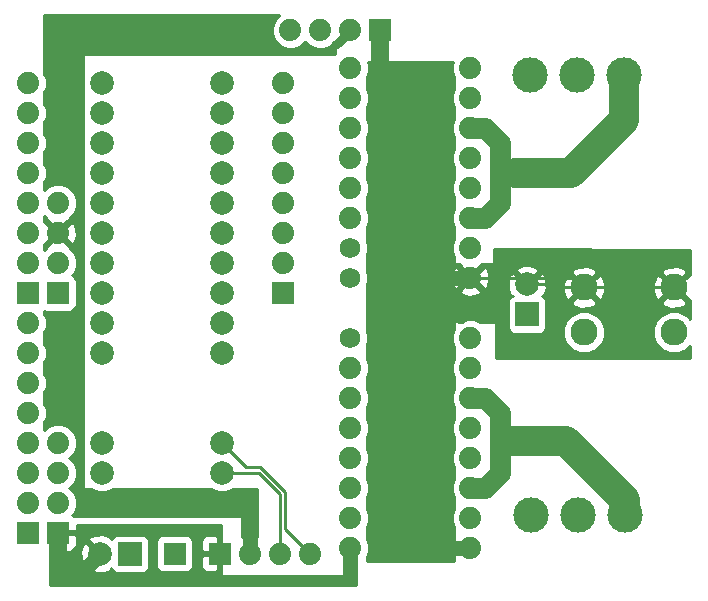
<source format=gbl>
%FSLAX46Y46*%
G04 Gerber Fmt 4.6, Leading zero omitted, Abs format (unit mm)*
G04 Created by KiCad (PCBNEW (2014-09-19 BZR 5142)-product) date Wed 08 Oct 2014 09:05:39 PM EDT*
%MOMM*%
G01*
G04 APERTURE LIST*
%ADD10C,0.100000*%
%ADD11R,1.998980X1.998980*%
%ADD12C,1.998980*%
%ADD13R,1.879600X1.879600*%
%ADD14C,1.879600*%
%ADD15C,1.727200*%
%ADD16C,2.286000*%
%ADD17C,3.000000*%
%ADD18C,1.270000*%
%ADD19C,1.524000*%
%ADD20C,0.500000*%
%ADD21C,0.762000*%
%ADD22C,0.254000*%
%ADD23C,0.508000*%
%ADD24C,1.778000*%
%ADD25C,2.540000*%
G04 APERTURE END LIST*
D10*
D11*
X62230000Y-84582000D03*
D12*
X59690000Y-84582000D03*
D13*
X53610000Y-82812000D03*
D14*
X53610000Y-80272000D03*
X53610000Y-77732000D03*
X53610000Y-75192000D03*
X53610000Y-72652000D03*
X53610000Y-70112000D03*
X53610000Y-67572000D03*
X53610000Y-65032000D03*
X91075000Y-61222000D03*
X91075000Y-58682000D03*
X91075000Y-56142000D03*
X91075000Y-53602000D03*
X91075000Y-51062000D03*
X91075000Y-48522000D03*
X91075000Y-45982000D03*
X91075000Y-43442000D03*
X80915000Y-43442000D03*
X80915000Y-45982000D03*
X80915000Y-48522000D03*
X80915000Y-51062000D03*
X80915000Y-53602000D03*
X80915000Y-56142000D03*
D15*
X80915000Y-58682000D03*
X80915000Y-61222000D03*
D11*
X95870000Y-64308000D03*
D12*
X95870000Y-61768000D03*
D13*
X56150000Y-82812000D03*
D14*
X56150000Y-80272000D03*
X56150000Y-77732000D03*
X56150000Y-75192000D03*
D13*
X53610000Y-62492000D03*
D14*
X53610000Y-59952000D03*
X53610000Y-57412000D03*
X53610000Y-54872000D03*
X53610000Y-52332000D03*
X53610000Y-49792000D03*
X53610000Y-47252000D03*
X53610000Y-44712000D03*
D13*
X69850000Y-84582000D03*
D14*
X72390000Y-84582000D03*
X74930000Y-84582000D03*
X77470000Y-84582000D03*
D13*
X83455000Y-40267000D03*
D14*
X80915000Y-40267000D03*
X78375000Y-40267000D03*
X75835000Y-40267000D03*
D13*
X56150000Y-62492000D03*
D14*
X56150000Y-59952000D03*
X56150000Y-57412000D03*
X56150000Y-54872000D03*
D13*
X75200000Y-62492000D03*
D14*
X75200000Y-59952000D03*
X75200000Y-57412000D03*
X75200000Y-54872000D03*
X75200000Y-52332000D03*
X75200000Y-49792000D03*
X75200000Y-47252000D03*
X75200000Y-44712000D03*
D12*
X70041260Y-75192000D03*
X59881260Y-75192000D03*
X70041260Y-67572000D03*
X59881260Y-67572000D03*
X70041260Y-65032000D03*
X59881260Y-65032000D03*
X59881260Y-62492000D03*
X70041260Y-62492000D03*
X59881260Y-59952000D03*
X70041260Y-59952000D03*
X59881260Y-57412000D03*
X70041260Y-57412000D03*
X59881260Y-54872000D03*
X70041260Y-54872000D03*
X59881260Y-52332000D03*
X70041260Y-52332000D03*
X59881260Y-49792000D03*
X70041260Y-49792000D03*
X59881260Y-47252000D03*
X70041260Y-47252000D03*
X59881260Y-44712000D03*
X70041260Y-44712000D03*
D16*
X108316000Y-65832000D03*
X108316000Y-62022000D03*
X100696000Y-65832000D03*
X100696000Y-62022000D03*
D13*
X66040000Y-84582000D03*
D12*
X70041260Y-77732000D03*
X59881260Y-77732000D03*
D14*
X91075000Y-84082000D03*
X91075000Y-81542000D03*
X91075000Y-79002000D03*
X91075000Y-76462000D03*
X91075000Y-73922000D03*
X91075000Y-71382000D03*
X91075000Y-68842000D03*
X91075000Y-66302000D03*
D15*
X80915000Y-66302000D03*
D14*
X80915000Y-68842000D03*
X80915000Y-71382000D03*
X80915000Y-73922000D03*
X80915000Y-76462000D03*
X80915000Y-79002000D03*
X80915000Y-81542000D03*
X80915000Y-84082000D03*
D17*
X96155000Y-44077000D03*
X104079800Y-44077000D03*
X100117400Y-44077000D03*
X104140000Y-81280000D03*
X96215200Y-81280000D03*
X100177600Y-81280000D03*
D18*
X57828991Y-86459491D02*
X57356500Y-85987000D01*
X57828991Y-86459491D02*
X57828991Y-86443009D01*
X57828991Y-86443009D02*
X59690000Y-84582000D01*
D19*
X56150000Y-82812000D02*
X56150000Y-84780500D01*
X56150000Y-84780500D02*
X57356500Y-85987000D01*
D18*
X80915000Y-84082000D02*
X80915000Y-86725000D01*
D20*
X69850000Y-86021800D02*
X69200000Y-86671800D01*
X69850000Y-84582000D02*
X69850000Y-86021800D01*
D21*
X80915000Y-40267000D02*
X79975201Y-41206799D01*
X79975201Y-41206799D02*
X79645000Y-41537000D01*
D22*
X72390000Y-80264000D02*
X57912000Y-80264000D01*
X57912000Y-80264000D02*
X57912000Y-59174000D01*
X57912000Y-59174000D02*
X56150000Y-57412000D01*
D23*
X58055000Y-52967000D02*
X58055000Y-56409479D01*
X57992278Y-56472201D02*
X58055000Y-56409479D01*
X56150000Y-57412000D02*
X57089799Y-56472201D01*
X57089799Y-56472201D02*
X57992278Y-56472201D01*
X56150000Y-51062000D02*
X58055000Y-52967000D01*
X56150000Y-41537000D02*
X56150000Y-51062000D01*
D18*
X72390000Y-84582000D02*
X72390000Y-82687113D01*
D22*
X72390000Y-82687113D02*
X72390000Y-80264000D01*
X73160000Y-77732000D02*
X74930000Y-79502000D01*
X70041260Y-77732000D02*
X73160000Y-77732000D01*
X74930000Y-79502000D02*
X74930000Y-84582000D01*
X75387210Y-82499210D02*
X77470000Y-84582000D01*
X75387209Y-79312617D02*
X75387210Y-82499210D01*
X70041260Y-75192000D02*
X72065260Y-77216000D01*
X72065260Y-77216000D02*
X73290592Y-77216000D01*
X73290592Y-77216000D02*
X75387209Y-79312617D01*
D24*
X94728856Y-75035856D02*
X94885000Y-75192000D01*
X93615000Y-75035856D02*
X94728856Y-75035856D01*
X91075000Y-71382000D02*
X92345000Y-71382000D01*
X92345000Y-79002000D02*
X91075000Y-79002000D01*
X92345000Y-71382000D02*
X93615000Y-72652000D01*
X93615000Y-77732000D02*
X92345000Y-79002000D01*
X93615000Y-72652000D02*
X93615000Y-75035856D01*
X93615000Y-75035856D02*
X93615000Y-77732000D01*
D25*
X99173856Y-75035856D02*
X104156000Y-80018000D01*
X99173856Y-75035856D02*
X94728856Y-75035856D01*
X104140000Y-80034000D02*
X104156000Y-80018000D01*
X104140000Y-81280000D02*
X104140000Y-80034000D01*
D24*
X92345000Y-48522000D02*
X91075000Y-48522000D01*
X93615000Y-49792000D02*
X92345000Y-48522000D01*
X92345000Y-56142000D02*
X93615000Y-54872000D01*
X91075000Y-56142000D02*
X92345000Y-56142000D01*
X93657966Y-52332000D02*
X93615000Y-52289034D01*
X94885000Y-52332000D02*
X93657966Y-52332000D01*
X93615000Y-52289034D02*
X93615000Y-49792000D01*
X93615000Y-54872000D02*
X93615000Y-52289034D01*
D25*
X94885000Y-52332000D02*
X99560000Y-52332000D01*
X104079800Y-47812200D02*
X104079800Y-44077000D01*
X99560000Y-52332000D02*
X104079800Y-47812200D01*
D23*
X91710000Y-61857000D02*
X91075000Y-61222000D01*
X87265000Y-61222000D02*
X87265000Y-84082000D01*
D18*
X87265000Y-84082000D02*
X91075000Y-84082000D01*
D24*
X83455000Y-57055640D02*
X87621360Y-61222000D01*
D19*
X83455000Y-40267000D02*
X83455000Y-57055640D01*
D23*
X87621360Y-61222000D02*
X87265000Y-61222000D01*
D18*
X91075000Y-61222000D02*
X87621360Y-61222000D01*
D22*
X99896000Y-61222000D02*
X100696000Y-62022000D01*
X91075000Y-61222000D02*
X99896000Y-61222000D01*
X100696000Y-62022000D02*
X108316000Y-62022000D01*
X95870000Y-61768000D02*
X97394000Y-61768000D01*
X97648000Y-62022000D02*
X100696000Y-62022000D01*
X97394000Y-61768000D02*
X97648000Y-62022000D01*
G36*
X81407000Y-87195000D02*
X69723000Y-87195000D01*
X69723000Y-85998050D01*
X69723000Y-84709000D01*
X69723000Y-84455000D01*
X69723000Y-83165950D01*
X69564250Y-83007200D01*
X68783891Y-83007200D01*
X68550502Y-83103873D01*
X68371873Y-83282501D01*
X68275200Y-83515890D01*
X68275200Y-83768509D01*
X68275200Y-84296250D01*
X68433950Y-84455000D01*
X69723000Y-84455000D01*
X69723000Y-84709000D01*
X68433950Y-84709000D01*
X68275200Y-84867750D01*
X68275200Y-85395491D01*
X68275200Y-85648110D01*
X68371873Y-85881499D01*
X68550502Y-86060127D01*
X68783891Y-86156800D01*
X69564250Y-86156800D01*
X69723000Y-85998050D01*
X69723000Y-87195000D01*
X67614800Y-87195000D01*
X67614800Y-85648110D01*
X67614800Y-85395491D01*
X67614800Y-83515891D01*
X67518127Y-83282502D01*
X67339499Y-83103873D01*
X67106110Y-83007200D01*
X66853491Y-83007200D01*
X64973891Y-83007200D01*
X64740502Y-83103873D01*
X64561873Y-83282501D01*
X64465200Y-83515890D01*
X64465200Y-83768509D01*
X64465200Y-85648109D01*
X64561873Y-85881498D01*
X64740501Y-86060127D01*
X64973890Y-86156800D01*
X65226509Y-86156800D01*
X67106109Y-86156800D01*
X67339498Y-86060127D01*
X67518127Y-85881499D01*
X67614800Y-85648110D01*
X67614800Y-87195000D01*
X63864490Y-87195000D01*
X63864490Y-85707800D01*
X63864490Y-85455181D01*
X63864490Y-83456201D01*
X63767817Y-83222812D01*
X63589189Y-83044183D01*
X63355800Y-82947510D01*
X63103181Y-82947510D01*
X61104201Y-82947510D01*
X60870812Y-83044183D01*
X60692183Y-83222811D01*
X60636092Y-83358225D01*
X60563958Y-83163035D01*
X59954418Y-82936599D01*
X59304623Y-82960659D01*
X58816042Y-83163035D01*
X58717443Y-83429837D01*
X59690000Y-84402395D01*
X59704142Y-84388252D01*
X59883747Y-84567857D01*
X59869605Y-84582000D01*
X59883747Y-84596142D01*
X59704142Y-84775747D01*
X59690000Y-84761605D01*
X59510395Y-84941210D01*
X59510395Y-84582000D01*
X58537837Y-83609443D01*
X58271035Y-83708042D01*
X58044599Y-84317582D01*
X58068659Y-84967377D01*
X58271035Y-85455958D01*
X58537837Y-85554557D01*
X59510395Y-84582000D01*
X59510395Y-84941210D01*
X58717443Y-85734163D01*
X58816042Y-86000965D01*
X59425582Y-86227401D01*
X60075377Y-86203341D01*
X60563958Y-86000965D01*
X60636092Y-85805773D01*
X60692183Y-85941188D01*
X60870811Y-86119817D01*
X61104200Y-86216490D01*
X61356819Y-86216490D01*
X63355799Y-86216490D01*
X63589188Y-86119817D01*
X63767817Y-85941189D01*
X63864490Y-85707800D01*
X63864490Y-87195000D01*
X57724800Y-87195000D01*
X57724800Y-83878109D01*
X57724800Y-83097750D01*
X57566050Y-82939000D01*
X56277000Y-82939000D01*
X56277000Y-84228050D01*
X56435750Y-84386800D01*
X56963491Y-84386800D01*
X57216110Y-84386800D01*
X57449499Y-84290127D01*
X57628127Y-84111498D01*
X57724800Y-83878109D01*
X57724800Y-87195000D01*
X55499000Y-87195000D01*
X55499000Y-84386800D01*
X55864250Y-84386800D01*
X56023000Y-84228050D01*
X56023000Y-82939000D01*
X56003000Y-82939000D01*
X56003000Y-82685000D01*
X56023000Y-82685000D01*
X56023000Y-82665000D01*
X56277000Y-82665000D01*
X56277000Y-82685000D01*
X57566050Y-82685000D01*
X57724800Y-82526250D01*
X57724800Y-82169000D01*
X69977000Y-82169000D01*
X69977000Y-83165950D01*
X69977000Y-84455000D01*
X69977000Y-84709000D01*
X69977000Y-85998050D01*
X69977000Y-86106000D01*
X69977000Y-86487000D01*
X80391000Y-86487000D01*
X80391000Y-85725000D01*
X81407000Y-85725000D01*
X81407000Y-87195000D01*
X81407000Y-87195000D01*
G37*
X81407000Y-87195000D02*
X69723000Y-87195000D01*
X69723000Y-85998050D01*
X69723000Y-84709000D01*
X69723000Y-84455000D01*
X69723000Y-83165950D01*
X69564250Y-83007200D01*
X68783891Y-83007200D01*
X68550502Y-83103873D01*
X68371873Y-83282501D01*
X68275200Y-83515890D01*
X68275200Y-83768509D01*
X68275200Y-84296250D01*
X68433950Y-84455000D01*
X69723000Y-84455000D01*
X69723000Y-84709000D01*
X68433950Y-84709000D01*
X68275200Y-84867750D01*
X68275200Y-85395491D01*
X68275200Y-85648110D01*
X68371873Y-85881499D01*
X68550502Y-86060127D01*
X68783891Y-86156800D01*
X69564250Y-86156800D01*
X69723000Y-85998050D01*
X69723000Y-87195000D01*
X67614800Y-87195000D01*
X67614800Y-85648110D01*
X67614800Y-85395491D01*
X67614800Y-83515891D01*
X67518127Y-83282502D01*
X67339499Y-83103873D01*
X67106110Y-83007200D01*
X66853491Y-83007200D01*
X64973891Y-83007200D01*
X64740502Y-83103873D01*
X64561873Y-83282501D01*
X64465200Y-83515890D01*
X64465200Y-83768509D01*
X64465200Y-85648109D01*
X64561873Y-85881498D01*
X64740501Y-86060127D01*
X64973890Y-86156800D01*
X65226509Y-86156800D01*
X67106109Y-86156800D01*
X67339498Y-86060127D01*
X67518127Y-85881499D01*
X67614800Y-85648110D01*
X67614800Y-87195000D01*
X63864490Y-87195000D01*
X63864490Y-85707800D01*
X63864490Y-85455181D01*
X63864490Y-83456201D01*
X63767817Y-83222812D01*
X63589189Y-83044183D01*
X63355800Y-82947510D01*
X63103181Y-82947510D01*
X61104201Y-82947510D01*
X60870812Y-83044183D01*
X60692183Y-83222811D01*
X60636092Y-83358225D01*
X60563958Y-83163035D01*
X59954418Y-82936599D01*
X59304623Y-82960659D01*
X58816042Y-83163035D01*
X58717443Y-83429837D01*
X59690000Y-84402395D01*
X59704142Y-84388252D01*
X59883747Y-84567857D01*
X59869605Y-84582000D01*
X59883747Y-84596142D01*
X59704142Y-84775747D01*
X59690000Y-84761605D01*
X59510395Y-84941210D01*
X59510395Y-84582000D01*
X58537837Y-83609443D01*
X58271035Y-83708042D01*
X58044599Y-84317582D01*
X58068659Y-84967377D01*
X58271035Y-85455958D01*
X58537837Y-85554557D01*
X59510395Y-84582000D01*
X59510395Y-84941210D01*
X58717443Y-85734163D01*
X58816042Y-86000965D01*
X59425582Y-86227401D01*
X60075377Y-86203341D01*
X60563958Y-86000965D01*
X60636092Y-85805773D01*
X60692183Y-85941188D01*
X60870811Y-86119817D01*
X61104200Y-86216490D01*
X61356819Y-86216490D01*
X63355799Y-86216490D01*
X63589188Y-86119817D01*
X63767817Y-85941189D01*
X63864490Y-85707800D01*
X63864490Y-87195000D01*
X57724800Y-87195000D01*
X57724800Y-83878109D01*
X57724800Y-83097750D01*
X57566050Y-82939000D01*
X56277000Y-82939000D01*
X56277000Y-84228050D01*
X56435750Y-84386800D01*
X56963491Y-84386800D01*
X57216110Y-84386800D01*
X57449499Y-84290127D01*
X57628127Y-84111498D01*
X57724800Y-83878109D01*
X57724800Y-87195000D01*
X55499000Y-87195000D01*
X55499000Y-84386800D01*
X55864250Y-84386800D01*
X56023000Y-84228050D01*
X56023000Y-82939000D01*
X56003000Y-82939000D01*
X56003000Y-82685000D01*
X56023000Y-82685000D01*
X56023000Y-82665000D01*
X56277000Y-82665000D01*
X56277000Y-82685000D01*
X57566050Y-82685000D01*
X57724800Y-82526250D01*
X57724800Y-82169000D01*
X69977000Y-82169000D01*
X69977000Y-83165950D01*
X69977000Y-84455000D01*
X69977000Y-84709000D01*
X69977000Y-85998050D01*
X69977000Y-86106000D01*
X69977000Y-86487000D01*
X80391000Y-86487000D01*
X80391000Y-85725000D01*
X81407000Y-85725000D01*
X81407000Y-87195000D01*
G36*
X109685000Y-67991000D02*
X102484062Y-67991000D01*
X102484062Y-62320667D01*
X102462249Y-61613671D01*
X102233658Y-61061806D01*
X101951963Y-60945642D01*
X101772358Y-61125247D01*
X101772358Y-60766037D01*
X101656194Y-60484342D01*
X100994667Y-60233938D01*
X100287671Y-60255751D01*
X99735806Y-60484342D01*
X99619642Y-60766037D01*
X100696000Y-61842395D01*
X101772358Y-60766037D01*
X101772358Y-61125247D01*
X100875605Y-62022000D01*
X101951963Y-63098358D01*
X102233658Y-62982194D01*
X102484062Y-62320667D01*
X102484062Y-67991000D01*
X102474308Y-67991000D01*
X102474308Y-65479886D01*
X102204194Y-64826160D01*
X101772358Y-64393569D01*
X101772358Y-63277963D01*
X100696000Y-62201605D01*
X100516395Y-62381210D01*
X100516395Y-62022000D01*
X99440037Y-60945642D01*
X99158342Y-61061806D01*
X98907938Y-61723333D01*
X98929751Y-62430329D01*
X99158342Y-62982194D01*
X99440037Y-63098358D01*
X100516395Y-62022000D01*
X100516395Y-62381210D01*
X99619642Y-63277963D01*
X99735806Y-63559658D01*
X100397333Y-63810062D01*
X101104329Y-63788249D01*
X101656194Y-63559658D01*
X101772358Y-63277963D01*
X101772358Y-64393569D01*
X101704471Y-64325564D01*
X101051218Y-64054309D01*
X100343886Y-64053692D01*
X99690160Y-64323806D01*
X99189564Y-64823529D01*
X98918309Y-65476782D01*
X98917692Y-66184114D01*
X99187806Y-66837840D01*
X99687529Y-67338436D01*
X100340782Y-67609691D01*
X101048114Y-67610308D01*
X101701840Y-67340194D01*
X102202436Y-66840471D01*
X102473691Y-66187218D01*
X102474308Y-65479886D01*
X102474308Y-67991000D01*
X97515401Y-67991000D01*
X97515401Y-62032418D01*
X97491341Y-61382623D01*
X97288965Y-60894042D01*
X97022163Y-60795443D01*
X96842557Y-60975048D01*
X96842557Y-60615837D01*
X96743958Y-60349035D01*
X96134418Y-60122599D01*
X95484623Y-60146659D01*
X94996042Y-60349035D01*
X94897443Y-60615837D01*
X95870000Y-61588395D01*
X96842557Y-60615837D01*
X96842557Y-60975048D01*
X96049605Y-61768000D01*
X96063747Y-61782142D01*
X95884142Y-61961747D01*
X95870000Y-61947605D01*
X95855857Y-61961747D01*
X95676252Y-61782142D01*
X95690395Y-61768000D01*
X94717837Y-60795443D01*
X94451035Y-60894042D01*
X94224599Y-61503582D01*
X94248659Y-62153377D01*
X94451035Y-62641958D01*
X94646226Y-62714092D01*
X94510812Y-62770183D01*
X94332183Y-62948811D01*
X94235510Y-63182200D01*
X94235510Y-63434819D01*
X94235510Y-65433799D01*
X94332183Y-65667188D01*
X94510811Y-65845817D01*
X94744200Y-65942490D01*
X94996819Y-65942490D01*
X96995799Y-65942490D01*
X97229188Y-65845817D01*
X97407817Y-65667189D01*
X97504490Y-65433800D01*
X97504490Y-65181181D01*
X97504490Y-63182201D01*
X97407817Y-62948812D01*
X97229189Y-62770183D01*
X97093774Y-62714092D01*
X97288965Y-62641958D01*
X97515401Y-62032418D01*
X97515401Y-67991000D01*
X93203000Y-67991000D01*
X93203000Y-64944467D01*
X92661045Y-64938170D01*
X92661045Y-61472167D01*
X92636049Y-60846172D01*
X92444580Y-60383923D01*
X92183968Y-60292637D01*
X91254605Y-61222000D01*
X92183968Y-62151363D01*
X92444580Y-62060077D01*
X92661045Y-61472167D01*
X92661045Y-64938170D01*
X92004363Y-64930541D01*
X92004363Y-62330968D01*
X91075000Y-61401605D01*
X90895395Y-61581210D01*
X90895395Y-61222000D01*
X89966032Y-60292637D01*
X89705420Y-60383923D01*
X89488955Y-60971833D01*
X89513951Y-61597828D01*
X89705420Y-62060077D01*
X89966032Y-62151363D01*
X90895395Y-61222000D01*
X90895395Y-61581210D01*
X90145637Y-62330968D01*
X90236923Y-62591580D01*
X90824833Y-62808045D01*
X91450828Y-62783049D01*
X91913077Y-62591580D01*
X92004363Y-62330968D01*
X92004363Y-64930541D01*
X91875045Y-64929039D01*
X91389621Y-64727474D01*
X90763127Y-64726927D01*
X90317761Y-64910948D01*
X89678000Y-64903516D01*
X89678000Y-65559848D01*
X89500474Y-65987379D01*
X89499927Y-66613873D01*
X89678000Y-67044842D01*
X89678000Y-68099848D01*
X89500474Y-68527379D01*
X89499927Y-69153873D01*
X89678000Y-69584842D01*
X89678000Y-70639848D01*
X89500474Y-71067379D01*
X89499927Y-71693873D01*
X89678000Y-72124842D01*
X89678000Y-73179848D01*
X89500474Y-73607379D01*
X89499927Y-74233873D01*
X89678000Y-74664842D01*
X89678000Y-75719848D01*
X89500474Y-76147379D01*
X89499927Y-76773873D01*
X89678000Y-77204842D01*
X89678000Y-78259848D01*
X89500474Y-78687379D01*
X89499927Y-79313873D01*
X89678000Y-79744842D01*
X89678000Y-80799848D01*
X89500474Y-81227379D01*
X89499927Y-81853873D01*
X89678000Y-82284842D01*
X89678000Y-82812000D01*
X89678000Y-83318394D01*
X89488955Y-83831833D01*
X89513951Y-84457828D01*
X89678000Y-84853878D01*
X89678000Y-85225000D01*
X82312000Y-85225000D01*
X82312000Y-84824151D01*
X82489526Y-84396621D01*
X82490073Y-83770127D01*
X82312000Y-83339157D01*
X82312000Y-82284151D01*
X82489526Y-81856621D01*
X82490073Y-81230127D01*
X82312000Y-80799157D01*
X82312000Y-79744151D01*
X82489526Y-79316621D01*
X82490073Y-78690127D01*
X82312000Y-78259157D01*
X82312000Y-77204151D01*
X82489526Y-76776621D01*
X82490073Y-76150127D01*
X82312000Y-75719157D01*
X82312000Y-74664151D01*
X82489526Y-74236621D01*
X82490073Y-73610127D01*
X82312000Y-73179157D01*
X82312000Y-72124151D01*
X82489526Y-71696621D01*
X82490073Y-71070127D01*
X82312000Y-70639157D01*
X82312000Y-69584151D01*
X82489526Y-69156621D01*
X82490073Y-68530127D01*
X82312000Y-68099157D01*
X82312000Y-66845449D01*
X82413339Y-66601398D01*
X82413859Y-66005218D01*
X82312000Y-65758699D01*
X82312000Y-61765449D01*
X82413339Y-61521398D01*
X82413859Y-60925218D01*
X82312000Y-60678699D01*
X82312000Y-59225449D01*
X82413339Y-58981398D01*
X82413859Y-58385218D01*
X82312000Y-58138699D01*
X82312000Y-56884151D01*
X82489526Y-56456621D01*
X82490073Y-55830127D01*
X82312000Y-55399157D01*
X82312000Y-54344151D01*
X82489526Y-53916621D01*
X82490073Y-53290127D01*
X82312000Y-52859157D01*
X82312000Y-51804151D01*
X82489526Y-51376621D01*
X82490073Y-50750127D01*
X82312000Y-50319157D01*
X82312000Y-49264151D01*
X82489526Y-48836621D01*
X82490073Y-48210127D01*
X82312000Y-47779157D01*
X82312000Y-46724151D01*
X82489526Y-46296621D01*
X82490073Y-45670127D01*
X82312000Y-45239157D01*
X82312000Y-44184151D01*
X82489526Y-43756621D01*
X82490073Y-43130127D01*
X82409034Y-42934000D01*
X89580771Y-42934000D01*
X89500474Y-43127379D01*
X89499927Y-43753873D01*
X89678000Y-44184842D01*
X89678000Y-45239848D01*
X89500474Y-45667379D01*
X89499927Y-46293873D01*
X89678000Y-46724842D01*
X89678000Y-47779848D01*
X89500474Y-48207379D01*
X89499927Y-48833873D01*
X89678000Y-49264842D01*
X89678000Y-50319848D01*
X89500474Y-50747379D01*
X89499927Y-51373873D01*
X89678000Y-51804842D01*
X89678000Y-52859848D01*
X89500474Y-53287379D01*
X89499927Y-53913873D01*
X89678000Y-54344842D01*
X89678000Y-55399848D01*
X89500474Y-55827379D01*
X89499927Y-56453873D01*
X89678000Y-56884842D01*
X89678000Y-57939848D01*
X89500474Y-58367379D01*
X89499927Y-58993873D01*
X89678000Y-59424842D01*
X89678000Y-60079000D01*
X90157557Y-60079000D01*
X90145637Y-60113032D01*
X91075000Y-61042395D01*
X92004363Y-60113032D01*
X91992442Y-60079000D01*
X93107000Y-60079000D01*
X93107000Y-58809282D01*
X109685000Y-58846091D01*
X109685000Y-60992255D01*
X109571963Y-60945642D01*
X109392358Y-61125247D01*
X109392358Y-60766037D01*
X109276194Y-60484342D01*
X108614667Y-60233938D01*
X107907671Y-60255751D01*
X107355806Y-60484342D01*
X107239642Y-60766037D01*
X108316000Y-61842395D01*
X109392358Y-60766037D01*
X109392358Y-61125247D01*
X108495605Y-62022000D01*
X109571963Y-63098358D01*
X109685000Y-63051744D01*
X109685000Y-64686722D01*
X109392358Y-64393569D01*
X109392358Y-63277963D01*
X108316000Y-62201605D01*
X108136395Y-62381210D01*
X108136395Y-62022000D01*
X107060037Y-60945642D01*
X106778342Y-61061806D01*
X106527938Y-61723333D01*
X106549751Y-62430329D01*
X106778342Y-62982194D01*
X107060037Y-63098358D01*
X108136395Y-62022000D01*
X108136395Y-62381210D01*
X107239642Y-63277963D01*
X107355806Y-63559658D01*
X108017333Y-63810062D01*
X108724329Y-63788249D01*
X109276194Y-63559658D01*
X109392358Y-63277963D01*
X109392358Y-64393569D01*
X109324471Y-64325564D01*
X108671218Y-64054309D01*
X107963886Y-64053692D01*
X107310160Y-64323806D01*
X106809564Y-64823529D01*
X106538309Y-65476782D01*
X106537692Y-66184114D01*
X106807806Y-66837840D01*
X107307529Y-67338436D01*
X107960782Y-67609691D01*
X108668114Y-67610308D01*
X109321840Y-67340194D01*
X109685000Y-66977667D01*
X109685000Y-67991000D01*
X109685000Y-67991000D01*
G37*
X109685000Y-67991000D02*
X102484062Y-67991000D01*
X102484062Y-62320667D01*
X102462249Y-61613671D01*
X102233658Y-61061806D01*
X101951963Y-60945642D01*
X101772358Y-61125247D01*
X101772358Y-60766037D01*
X101656194Y-60484342D01*
X100994667Y-60233938D01*
X100287671Y-60255751D01*
X99735806Y-60484342D01*
X99619642Y-60766037D01*
X100696000Y-61842395D01*
X101772358Y-60766037D01*
X101772358Y-61125247D01*
X100875605Y-62022000D01*
X101951963Y-63098358D01*
X102233658Y-62982194D01*
X102484062Y-62320667D01*
X102484062Y-67991000D01*
X102474308Y-67991000D01*
X102474308Y-65479886D01*
X102204194Y-64826160D01*
X101772358Y-64393569D01*
X101772358Y-63277963D01*
X100696000Y-62201605D01*
X100516395Y-62381210D01*
X100516395Y-62022000D01*
X99440037Y-60945642D01*
X99158342Y-61061806D01*
X98907938Y-61723333D01*
X98929751Y-62430329D01*
X99158342Y-62982194D01*
X99440037Y-63098358D01*
X100516395Y-62022000D01*
X100516395Y-62381210D01*
X99619642Y-63277963D01*
X99735806Y-63559658D01*
X100397333Y-63810062D01*
X101104329Y-63788249D01*
X101656194Y-63559658D01*
X101772358Y-63277963D01*
X101772358Y-64393569D01*
X101704471Y-64325564D01*
X101051218Y-64054309D01*
X100343886Y-64053692D01*
X99690160Y-64323806D01*
X99189564Y-64823529D01*
X98918309Y-65476782D01*
X98917692Y-66184114D01*
X99187806Y-66837840D01*
X99687529Y-67338436D01*
X100340782Y-67609691D01*
X101048114Y-67610308D01*
X101701840Y-67340194D01*
X102202436Y-66840471D01*
X102473691Y-66187218D01*
X102474308Y-65479886D01*
X102474308Y-67991000D01*
X97515401Y-67991000D01*
X97515401Y-62032418D01*
X97491341Y-61382623D01*
X97288965Y-60894042D01*
X97022163Y-60795443D01*
X96842557Y-60975048D01*
X96842557Y-60615837D01*
X96743958Y-60349035D01*
X96134418Y-60122599D01*
X95484623Y-60146659D01*
X94996042Y-60349035D01*
X94897443Y-60615837D01*
X95870000Y-61588395D01*
X96842557Y-60615837D01*
X96842557Y-60975048D01*
X96049605Y-61768000D01*
X96063747Y-61782142D01*
X95884142Y-61961747D01*
X95870000Y-61947605D01*
X95855857Y-61961747D01*
X95676252Y-61782142D01*
X95690395Y-61768000D01*
X94717837Y-60795443D01*
X94451035Y-60894042D01*
X94224599Y-61503582D01*
X94248659Y-62153377D01*
X94451035Y-62641958D01*
X94646226Y-62714092D01*
X94510812Y-62770183D01*
X94332183Y-62948811D01*
X94235510Y-63182200D01*
X94235510Y-63434819D01*
X94235510Y-65433799D01*
X94332183Y-65667188D01*
X94510811Y-65845817D01*
X94744200Y-65942490D01*
X94996819Y-65942490D01*
X96995799Y-65942490D01*
X97229188Y-65845817D01*
X97407817Y-65667189D01*
X97504490Y-65433800D01*
X97504490Y-65181181D01*
X97504490Y-63182201D01*
X97407817Y-62948812D01*
X97229189Y-62770183D01*
X97093774Y-62714092D01*
X97288965Y-62641958D01*
X97515401Y-62032418D01*
X97515401Y-67991000D01*
X93203000Y-67991000D01*
X93203000Y-64944467D01*
X92661045Y-64938170D01*
X92661045Y-61472167D01*
X92636049Y-60846172D01*
X92444580Y-60383923D01*
X92183968Y-60292637D01*
X91254605Y-61222000D01*
X92183968Y-62151363D01*
X92444580Y-62060077D01*
X92661045Y-61472167D01*
X92661045Y-64938170D01*
X92004363Y-64930541D01*
X92004363Y-62330968D01*
X91075000Y-61401605D01*
X90895395Y-61581210D01*
X90895395Y-61222000D01*
X89966032Y-60292637D01*
X89705420Y-60383923D01*
X89488955Y-60971833D01*
X89513951Y-61597828D01*
X89705420Y-62060077D01*
X89966032Y-62151363D01*
X90895395Y-61222000D01*
X90895395Y-61581210D01*
X90145637Y-62330968D01*
X90236923Y-62591580D01*
X90824833Y-62808045D01*
X91450828Y-62783049D01*
X91913077Y-62591580D01*
X92004363Y-62330968D01*
X92004363Y-64930541D01*
X91875045Y-64929039D01*
X91389621Y-64727474D01*
X90763127Y-64726927D01*
X90317761Y-64910948D01*
X89678000Y-64903516D01*
X89678000Y-65559848D01*
X89500474Y-65987379D01*
X89499927Y-66613873D01*
X89678000Y-67044842D01*
X89678000Y-68099848D01*
X89500474Y-68527379D01*
X89499927Y-69153873D01*
X89678000Y-69584842D01*
X89678000Y-70639848D01*
X89500474Y-71067379D01*
X89499927Y-71693873D01*
X89678000Y-72124842D01*
X89678000Y-73179848D01*
X89500474Y-73607379D01*
X89499927Y-74233873D01*
X89678000Y-74664842D01*
X89678000Y-75719848D01*
X89500474Y-76147379D01*
X89499927Y-76773873D01*
X89678000Y-77204842D01*
X89678000Y-78259848D01*
X89500474Y-78687379D01*
X89499927Y-79313873D01*
X89678000Y-79744842D01*
X89678000Y-80799848D01*
X89500474Y-81227379D01*
X89499927Y-81853873D01*
X89678000Y-82284842D01*
X89678000Y-82812000D01*
X89678000Y-83318394D01*
X89488955Y-83831833D01*
X89513951Y-84457828D01*
X89678000Y-84853878D01*
X89678000Y-85225000D01*
X82312000Y-85225000D01*
X82312000Y-84824151D01*
X82489526Y-84396621D01*
X82490073Y-83770127D01*
X82312000Y-83339157D01*
X82312000Y-82284151D01*
X82489526Y-81856621D01*
X82490073Y-81230127D01*
X82312000Y-80799157D01*
X82312000Y-79744151D01*
X82489526Y-79316621D01*
X82490073Y-78690127D01*
X82312000Y-78259157D01*
X82312000Y-77204151D01*
X82489526Y-76776621D01*
X82490073Y-76150127D01*
X82312000Y-75719157D01*
X82312000Y-74664151D01*
X82489526Y-74236621D01*
X82490073Y-73610127D01*
X82312000Y-73179157D01*
X82312000Y-72124151D01*
X82489526Y-71696621D01*
X82490073Y-71070127D01*
X82312000Y-70639157D01*
X82312000Y-69584151D01*
X82489526Y-69156621D01*
X82490073Y-68530127D01*
X82312000Y-68099157D01*
X82312000Y-66845449D01*
X82413339Y-66601398D01*
X82413859Y-66005218D01*
X82312000Y-65758699D01*
X82312000Y-61765449D01*
X82413339Y-61521398D01*
X82413859Y-60925218D01*
X82312000Y-60678699D01*
X82312000Y-59225449D01*
X82413339Y-58981398D01*
X82413859Y-58385218D01*
X82312000Y-58138699D01*
X82312000Y-56884151D01*
X82489526Y-56456621D01*
X82490073Y-55830127D01*
X82312000Y-55399157D01*
X82312000Y-54344151D01*
X82489526Y-53916621D01*
X82490073Y-53290127D01*
X82312000Y-52859157D01*
X82312000Y-51804151D01*
X82489526Y-51376621D01*
X82490073Y-50750127D01*
X82312000Y-50319157D01*
X82312000Y-49264151D01*
X82489526Y-48836621D01*
X82490073Y-48210127D01*
X82312000Y-47779157D01*
X82312000Y-46724151D01*
X82489526Y-46296621D01*
X82490073Y-45670127D01*
X82312000Y-45239157D01*
X82312000Y-44184151D01*
X82489526Y-43756621D01*
X82490073Y-43130127D01*
X82409034Y-42934000D01*
X89580771Y-42934000D01*
X89500474Y-43127379D01*
X89499927Y-43753873D01*
X89678000Y-44184842D01*
X89678000Y-45239848D01*
X89500474Y-45667379D01*
X89499927Y-46293873D01*
X89678000Y-46724842D01*
X89678000Y-47779848D01*
X89500474Y-48207379D01*
X89499927Y-48833873D01*
X89678000Y-49264842D01*
X89678000Y-50319848D01*
X89500474Y-50747379D01*
X89499927Y-51373873D01*
X89678000Y-51804842D01*
X89678000Y-52859848D01*
X89500474Y-53287379D01*
X89499927Y-53913873D01*
X89678000Y-54344842D01*
X89678000Y-55399848D01*
X89500474Y-55827379D01*
X89499927Y-56453873D01*
X89678000Y-56884842D01*
X89678000Y-57939848D01*
X89500474Y-58367379D01*
X89499927Y-58993873D01*
X89678000Y-59424842D01*
X89678000Y-60079000D01*
X90157557Y-60079000D01*
X90145637Y-60113032D01*
X91075000Y-61042395D01*
X92004363Y-60113032D01*
X91992442Y-60079000D01*
X93107000Y-60079000D01*
X93107000Y-58809282D01*
X109685000Y-58846091D01*
X109685000Y-60992255D01*
X109571963Y-60945642D01*
X109392358Y-61125247D01*
X109392358Y-60766037D01*
X109276194Y-60484342D01*
X108614667Y-60233938D01*
X107907671Y-60255751D01*
X107355806Y-60484342D01*
X107239642Y-60766037D01*
X108316000Y-61842395D01*
X109392358Y-60766037D01*
X109392358Y-61125247D01*
X108495605Y-62022000D01*
X109571963Y-63098358D01*
X109685000Y-63051744D01*
X109685000Y-64686722D01*
X109392358Y-64393569D01*
X109392358Y-63277963D01*
X108316000Y-62201605D01*
X108136395Y-62381210D01*
X108136395Y-62022000D01*
X107060037Y-60945642D01*
X106778342Y-61061806D01*
X106527938Y-61723333D01*
X106549751Y-62430329D01*
X106778342Y-62982194D01*
X107060037Y-63098358D01*
X108136395Y-62022000D01*
X108136395Y-62381210D01*
X107239642Y-63277963D01*
X107355806Y-63559658D01*
X108017333Y-63810062D01*
X108724329Y-63788249D01*
X109276194Y-63559658D01*
X109392358Y-63277963D01*
X109392358Y-64393569D01*
X109324471Y-64325564D01*
X108671218Y-64054309D01*
X107963886Y-64053692D01*
X107310160Y-64323806D01*
X106809564Y-64823529D01*
X106538309Y-65476782D01*
X106537692Y-66184114D01*
X106807806Y-66837840D01*
X107307529Y-67338436D01*
X107960782Y-67609691D01*
X108668114Y-67610308D01*
X109321840Y-67340194D01*
X109685000Y-66977667D01*
X109685000Y-67991000D01*
G36*
X72583747Y-84596142D02*
X72404142Y-84775747D01*
X72390000Y-84761605D01*
X72375857Y-84775747D01*
X72196252Y-84596142D01*
X72210395Y-84582000D01*
X72196252Y-84567857D01*
X72375857Y-84388252D01*
X72390000Y-84402395D01*
X72404142Y-84388252D01*
X72583747Y-84567857D01*
X72569605Y-84582000D01*
X72583747Y-84596142D01*
X72583747Y-84596142D01*
G37*
X72583747Y-84596142D02*
X72404142Y-84775747D01*
X72390000Y-84761605D01*
X72375857Y-84775747D01*
X72196252Y-84596142D01*
X72210395Y-84582000D01*
X72196252Y-84567857D01*
X72375857Y-84388252D01*
X72390000Y-84402395D01*
X72404142Y-84388252D01*
X72583747Y-84567857D01*
X72569605Y-84582000D01*
X72583747Y-84596142D01*
G36*
X79778798Y-41186823D02*
X79629000Y-41353266D01*
X79629000Y-42291000D01*
X58293000Y-42291000D01*
X58293000Y-44274802D01*
X58247054Y-44385453D01*
X58246486Y-45035694D01*
X58293000Y-45148266D01*
X58293000Y-46814802D01*
X58247054Y-46925453D01*
X58246486Y-47575694D01*
X58293000Y-47688266D01*
X58293000Y-49354802D01*
X58247054Y-49465453D01*
X58246486Y-50115694D01*
X58293000Y-50228266D01*
X58293000Y-51894802D01*
X58247054Y-52005453D01*
X58246486Y-52655694D01*
X58293000Y-52768266D01*
X58293000Y-54434802D01*
X58247054Y-54545453D01*
X58246486Y-55195694D01*
X58293000Y-55308266D01*
X58293000Y-56974802D01*
X58247054Y-57085453D01*
X58246486Y-57735694D01*
X58293000Y-57848266D01*
X58293000Y-58674000D01*
X58293000Y-59514802D01*
X58247054Y-59625453D01*
X58246486Y-60275694D01*
X58293000Y-60388266D01*
X58293000Y-62054802D01*
X58247054Y-62165453D01*
X58246486Y-62815694D01*
X58293000Y-62928266D01*
X58293000Y-64594802D01*
X58247054Y-64705453D01*
X58246486Y-65355694D01*
X58293000Y-65468266D01*
X58293000Y-67134802D01*
X58247054Y-67245453D01*
X58246486Y-67895694D01*
X58293000Y-68008266D01*
X58293000Y-74754802D01*
X58247054Y-74865453D01*
X58246486Y-75515694D01*
X58293000Y-75628266D01*
X58293000Y-77294802D01*
X58247054Y-77405453D01*
X58246486Y-78055694D01*
X58293000Y-78168266D01*
X58293000Y-79121000D01*
X58964190Y-79121000D01*
X59554713Y-79366206D01*
X60204954Y-79366774D01*
X60799772Y-79121000D01*
X69124190Y-79121000D01*
X69714713Y-79366206D01*
X70364954Y-79366774D01*
X70959772Y-79121000D01*
X73025000Y-79121000D01*
X73025000Y-83058000D01*
X73025000Y-83137648D01*
X72640167Y-82995955D01*
X72014172Y-83020951D01*
X71755000Y-83128303D01*
X71755000Y-81407000D01*
X57736045Y-81407000D01*
X57736045Y-57662167D01*
X57711049Y-57036172D01*
X57519580Y-56573923D01*
X57258968Y-56482637D01*
X56329605Y-57412000D01*
X57258968Y-58341363D01*
X57519580Y-58250077D01*
X57736045Y-57662167D01*
X57736045Y-81407000D01*
X57522625Y-81407000D01*
X57449499Y-81333873D01*
X57354669Y-81294593D01*
X57484272Y-81165217D01*
X57724526Y-80586621D01*
X57725073Y-79960127D01*
X57485829Y-79381113D01*
X57107104Y-79001727D01*
X57484272Y-78625217D01*
X57724526Y-78046621D01*
X57725073Y-77420127D01*
X57485829Y-76841113D01*
X57107104Y-76461727D01*
X57484272Y-76085217D01*
X57724526Y-75506621D01*
X57725073Y-74880127D01*
X57485829Y-74301113D01*
X57043217Y-73857728D01*
X56464621Y-73617474D01*
X55838127Y-73616927D01*
X55259113Y-73856171D01*
X54996191Y-74118633D01*
X54996681Y-73419000D01*
X55184526Y-72966621D01*
X55185073Y-72340127D01*
X54997754Y-71886782D01*
X54998463Y-70874709D01*
X55184526Y-70426621D01*
X55185073Y-69800127D01*
X54999530Y-69351079D01*
X55000244Y-68330419D01*
X55184526Y-67886621D01*
X55185073Y-67260127D01*
X55001305Y-66815375D01*
X55002026Y-65786129D01*
X55184526Y-65346621D01*
X55185073Y-64720127D01*
X55003080Y-64279672D01*
X55003253Y-64033399D01*
X55083890Y-64066800D01*
X55336509Y-64066800D01*
X57216109Y-64066800D01*
X57449498Y-63970127D01*
X57628127Y-63791499D01*
X57724800Y-63558110D01*
X57724800Y-63305491D01*
X57724800Y-61425891D01*
X57628127Y-61192502D01*
X57449499Y-61013873D01*
X57354669Y-60974593D01*
X57484272Y-60845217D01*
X57724526Y-60266621D01*
X57725073Y-59640127D01*
X57485829Y-59061113D01*
X57044885Y-58619398D01*
X57079363Y-58520968D01*
X56150000Y-57591605D01*
X55220637Y-58520968D01*
X55255313Y-58619964D01*
X55006869Y-58867974D01*
X55007000Y-58682044D01*
X55007000Y-58329442D01*
X55041032Y-58341363D01*
X55970395Y-57412000D01*
X55041032Y-56482637D01*
X55007000Y-56494557D01*
X55007000Y-56141941D01*
X55006827Y-55955880D01*
X55255114Y-56204601D01*
X55220637Y-56303032D01*
X56150000Y-57232395D01*
X57079363Y-56303032D01*
X57044686Y-56204035D01*
X57484272Y-55765217D01*
X57724526Y-55186621D01*
X57725073Y-54560127D01*
X57485829Y-53981113D01*
X57043217Y-53537728D01*
X56464621Y-53297474D01*
X55838127Y-53296927D01*
X55259113Y-53536171D01*
X55004822Y-53790018D01*
X55004165Y-53080976D01*
X55184526Y-52646621D01*
X55185073Y-52020127D01*
X55002775Y-51578932D01*
X55001819Y-50546627D01*
X55184526Y-50106621D01*
X55185073Y-49480127D01*
X55000418Y-49033228D01*
X54999472Y-48012278D01*
X55184526Y-47566621D01*
X55185073Y-46940127D01*
X54998060Y-46487523D01*
X54997126Y-45477930D01*
X55184526Y-45026621D01*
X55185073Y-44400127D01*
X54995703Y-43941819D01*
X54991118Y-38989000D01*
X74886183Y-38989000D01*
X74500728Y-39373783D01*
X74260474Y-39952379D01*
X74259927Y-40578873D01*
X74499171Y-41157887D01*
X74941783Y-41601272D01*
X75520379Y-41841526D01*
X76146873Y-41842073D01*
X76725887Y-41602829D01*
X77105272Y-41224104D01*
X77481783Y-41601272D01*
X78060379Y-41841526D01*
X78686873Y-41842073D01*
X79265887Y-41602829D01*
X79707601Y-41161885D01*
X79778798Y-41186823D01*
X79778798Y-41186823D01*
G37*
X79778798Y-41186823D02*
X79629000Y-41353266D01*
X79629000Y-42291000D01*
X58293000Y-42291000D01*
X58293000Y-44274802D01*
X58247054Y-44385453D01*
X58246486Y-45035694D01*
X58293000Y-45148266D01*
X58293000Y-46814802D01*
X58247054Y-46925453D01*
X58246486Y-47575694D01*
X58293000Y-47688266D01*
X58293000Y-49354802D01*
X58247054Y-49465453D01*
X58246486Y-50115694D01*
X58293000Y-50228266D01*
X58293000Y-51894802D01*
X58247054Y-52005453D01*
X58246486Y-52655694D01*
X58293000Y-52768266D01*
X58293000Y-54434802D01*
X58247054Y-54545453D01*
X58246486Y-55195694D01*
X58293000Y-55308266D01*
X58293000Y-56974802D01*
X58247054Y-57085453D01*
X58246486Y-57735694D01*
X58293000Y-57848266D01*
X58293000Y-58674000D01*
X58293000Y-59514802D01*
X58247054Y-59625453D01*
X58246486Y-60275694D01*
X58293000Y-60388266D01*
X58293000Y-62054802D01*
X58247054Y-62165453D01*
X58246486Y-62815694D01*
X58293000Y-62928266D01*
X58293000Y-64594802D01*
X58247054Y-64705453D01*
X58246486Y-65355694D01*
X58293000Y-65468266D01*
X58293000Y-67134802D01*
X58247054Y-67245453D01*
X58246486Y-67895694D01*
X58293000Y-68008266D01*
X58293000Y-74754802D01*
X58247054Y-74865453D01*
X58246486Y-75515694D01*
X58293000Y-75628266D01*
X58293000Y-77294802D01*
X58247054Y-77405453D01*
X58246486Y-78055694D01*
X58293000Y-78168266D01*
X58293000Y-79121000D01*
X58964190Y-79121000D01*
X59554713Y-79366206D01*
X60204954Y-79366774D01*
X60799772Y-79121000D01*
X69124190Y-79121000D01*
X69714713Y-79366206D01*
X70364954Y-79366774D01*
X70959772Y-79121000D01*
X73025000Y-79121000D01*
X73025000Y-83058000D01*
X73025000Y-83137648D01*
X72640167Y-82995955D01*
X72014172Y-83020951D01*
X71755000Y-83128303D01*
X71755000Y-81407000D01*
X57736045Y-81407000D01*
X57736045Y-57662167D01*
X57711049Y-57036172D01*
X57519580Y-56573923D01*
X57258968Y-56482637D01*
X56329605Y-57412000D01*
X57258968Y-58341363D01*
X57519580Y-58250077D01*
X57736045Y-57662167D01*
X57736045Y-81407000D01*
X57522625Y-81407000D01*
X57449499Y-81333873D01*
X57354669Y-81294593D01*
X57484272Y-81165217D01*
X57724526Y-80586621D01*
X57725073Y-79960127D01*
X57485829Y-79381113D01*
X57107104Y-79001727D01*
X57484272Y-78625217D01*
X57724526Y-78046621D01*
X57725073Y-77420127D01*
X57485829Y-76841113D01*
X57107104Y-76461727D01*
X57484272Y-76085217D01*
X57724526Y-75506621D01*
X57725073Y-74880127D01*
X57485829Y-74301113D01*
X57043217Y-73857728D01*
X56464621Y-73617474D01*
X55838127Y-73616927D01*
X55259113Y-73856171D01*
X54996191Y-74118633D01*
X54996681Y-73419000D01*
X55184526Y-72966621D01*
X55185073Y-72340127D01*
X54997754Y-71886782D01*
X54998463Y-70874709D01*
X55184526Y-70426621D01*
X55185073Y-69800127D01*
X54999530Y-69351079D01*
X55000244Y-68330419D01*
X55184526Y-67886621D01*
X55185073Y-67260127D01*
X55001305Y-66815375D01*
X55002026Y-65786129D01*
X55184526Y-65346621D01*
X55185073Y-64720127D01*
X55003080Y-64279672D01*
X55003253Y-64033399D01*
X55083890Y-64066800D01*
X55336509Y-64066800D01*
X57216109Y-64066800D01*
X57449498Y-63970127D01*
X57628127Y-63791499D01*
X57724800Y-63558110D01*
X57724800Y-63305491D01*
X57724800Y-61425891D01*
X57628127Y-61192502D01*
X57449499Y-61013873D01*
X57354669Y-60974593D01*
X57484272Y-60845217D01*
X57724526Y-60266621D01*
X57725073Y-59640127D01*
X57485829Y-59061113D01*
X57044885Y-58619398D01*
X57079363Y-58520968D01*
X56150000Y-57591605D01*
X55220637Y-58520968D01*
X55255313Y-58619964D01*
X55006869Y-58867974D01*
X55007000Y-58682044D01*
X55007000Y-58329442D01*
X55041032Y-58341363D01*
X55970395Y-57412000D01*
X55041032Y-56482637D01*
X55007000Y-56494557D01*
X55007000Y-56141941D01*
X55006827Y-55955880D01*
X55255114Y-56204601D01*
X55220637Y-56303032D01*
X56150000Y-57232395D01*
X57079363Y-56303032D01*
X57044686Y-56204035D01*
X57484272Y-55765217D01*
X57724526Y-55186621D01*
X57725073Y-54560127D01*
X57485829Y-53981113D01*
X57043217Y-53537728D01*
X56464621Y-53297474D01*
X55838127Y-53296927D01*
X55259113Y-53536171D01*
X55004822Y-53790018D01*
X55004165Y-53080976D01*
X55184526Y-52646621D01*
X55185073Y-52020127D01*
X55002775Y-51578932D01*
X55001819Y-50546627D01*
X55184526Y-50106621D01*
X55185073Y-49480127D01*
X55000418Y-49033228D01*
X54999472Y-48012278D01*
X55184526Y-47566621D01*
X55185073Y-46940127D01*
X54998060Y-46487523D01*
X54997126Y-45477930D01*
X55184526Y-45026621D01*
X55185073Y-44400127D01*
X54995703Y-43941819D01*
X54991118Y-38989000D01*
X74886183Y-38989000D01*
X74500728Y-39373783D01*
X74260474Y-39952379D01*
X74259927Y-40578873D01*
X74499171Y-41157887D01*
X74941783Y-41601272D01*
X75520379Y-41841526D01*
X76146873Y-41842073D01*
X76725887Y-41602829D01*
X77105272Y-41224104D01*
X77481783Y-41601272D01*
X78060379Y-41841526D01*
X78686873Y-41842073D01*
X79265887Y-41602829D01*
X79707601Y-41161885D01*
X79778798Y-41186823D01*
M02*

</source>
